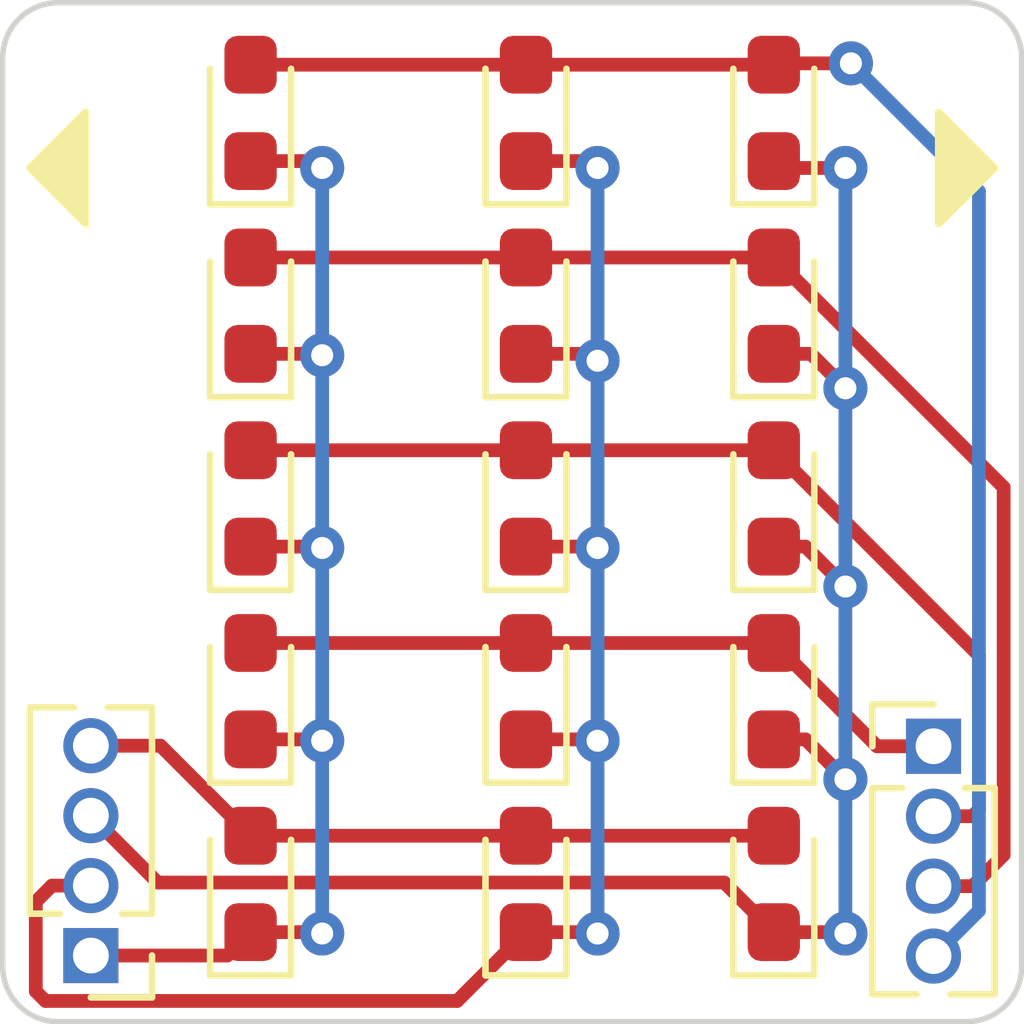
<source format=kicad_pcb>
(kicad_pcb (version 20211014) (generator pcbnew)
  (layers (0 "F.Cu" signal) (31 "B.Cu" signal) (34 "B.Paste" user) (35 "F.Paste" user) (36 "B.SilkS" user "B.Silkscreen") (37 "F.SilkS" user "F.Silkscreen") (38 "B.Mask" user) (39 "F.Mask" user) (44 "Edge.Cuts" user))
  (net 0 "")
  (net 1 "Net-(D1-Pad1)")
  (net 2 "Net-(D1-Pad2)")
  (net 3 "Net-(D11-Pad1)")
  (net 4 "Net-(D12-Pad1)")
  (net 5 "Net-(D4-Pad2)")
  (net 6 "Net-(D7-Pad2)")
  (net 7 "Net-(D10-Pad2)")
  (net 8 "Net-(D13-Pad2)")
  (footprint "LED_SMD:LED_0603_1608Metric_Pad1.05x0.95mm_HandSolder" (layer "F.Cu") (at 114 50.5 90)
    (fp_text reference "D6" hide)
    (fp_text value "LED" hide)
    (fp_line (start -1.66 0.735) (end 0.8 0.735) (layer "F.SilkS") (width 0.12))
    (fp_line (start 0.8 -0.735) (end -1.66 -0.735) (layer "F.SilkS") (width 0.12))
    (fp_line (start -1.66 -0.735) (end -1.66 0.735) (layer "F.SilkS") (width 0.12))
    (pad "1" smd roundrect locked (at -0.875 0 90) (size 1.05 0.95) (layers "F.Cu" "F.Paste" "F.Mask") (net 4 "Net-(D12-Pad1)"))
    (pad "2" smd roundrect locked (at 0.875 0 90) (size 1.05 0.95) (layers "F.Cu" "F.Paste" "F.Mask") (net 5 "Net-(D4-Pad2)"))
  )
  (footprint "LED_SMD:LED_0603_1608Metric_Pad1.05x0.95mm_HandSolder" (layer "F.Cu") (at 109.5 61 90)
    (fp_text reference "D14" hide)
    (fp_text value "LED" hide)
    (fp_line (start -1.66 0.735) (end 0.8 0.735) (layer "F.SilkS") (width 0.12))
    (fp_line (start 0.8 -0.735) (end -1.66 -0.735) (layer "F.SilkS") (width 0.12))
    (fp_line (start -1.66 -0.735) (end -1.66 0.735) (layer "F.SilkS") (width 0.12))
    (pad "1" smd roundrect locked (at -0.875 0 90) (size 1.05 0.95) (layers "F.Cu" "F.Paste" "F.Mask") (net 3 "Net-(D11-Pad1)"))
    (pad "2" smd roundrect locked (at 0.875 0 90) (size 1.05 0.95) (layers "F.Cu" "F.Paste" "F.Mask") (net 8 "Net-(D13-Pad2)"))
  )
  (footprint "LED_SMD:LED_0603_1608Metric_Pad1.05x0.95mm_HandSolder" (layer "F.Cu") (at 104.5 61 90)
    (fp_text reference "D13" hide)
    (fp_text value "LED" hide)
    (fp_line (start -1.66 -0.735) (end -1.66 0.735) (layer "F.SilkS") (width 0.12))
    (fp_line (start -1.66 0.735) (end 0.8 0.735) (layer "F.SilkS") (width 0.12))
    (fp_line (start 0.8 -0.735) (end -1.66 -0.735) (layer "F.SilkS") (width 0.12))
    (pad "1" smd roundrect locked (at -0.875 0 90) (size 1.05 0.95) (layers "F.Cu" "F.Paste" "F.Mask") (net 1 "Net-(D1-Pad1)"))
    (pad "2" smd roundrect locked (at 0.875 0 90) (size 1.05 0.95) (layers "F.Cu" "F.Paste" "F.Mask") (net 8 "Net-(D13-Pad2)"))
  )
  (footprint "Connector_PinHeader_1.27mm:PinHeader_1x04_P1.27mm_Vertical" (layer "F.Cu") (at 116.9 58.5)
    (fp_text reference "J2" hide)
    (fp_text value "Conn_01x04_Male" hide)
    (fp_line (start -1.11 0.76) (end -0.563471 0.76) (layer "F.SilkS") (width 0.12))
    (fp_line (start -1.11 4.505) (end -0.30753 4.505) (layer "F.SilkS") (width 0.12))
    (fp_line (start -1.11 0) (end -1.11 -0.76) (layer "F.SilkS") (width 0.12))
    (fp_line (start 1.11 0.76) (end 1.11 4.505) (layer "F.SilkS") (width 0.12))
    (fp_line (start 0.563471 0.76) (end 1.11 0.76) (layer "F.SilkS") (width 0.12))
    (fp_line (start 0.30753 4.505) (end 1.11 4.505) (layer "F.SilkS") (width 0.12))
    (fp_line (start -1.11 0.76) (end -1.11 4.505) (layer "F.SilkS") (width 0.12))
    (fp_line (start -1.11 -0.76) (end 0 -0.76) (layer "F.SilkS") (width 0.12))
    (pad "1" thru_hole rect locked (at 0 0) (size 1 1) (drill 0.65) (layers *.Cu *.Mask) (net 7 "Net-(D10-Pad2)"))
    (pad "2" thru_hole oval locked (at 0 1.27) (size 1 1) (drill 0.65) (layers *.Cu *.Mask) (net 6 "Net-(D7-Pad2)"))
    (pad "3" thru_hole oval locked (at 0 2.54) (size 1 1) (drill 0.65) (layers *.Cu *.Mask) (net 5 "Net-(D4-Pad2)"))
    (pad "4" thru_hole oval locked (at 0 3.81) (size 1 1) (drill 0.65) (layers *.Cu *.Mask) (net 2 "Net-(D1-Pad2)"))
  )
  (footprint "LED_SMD:LED_0603_1608Metric_Pad1.05x0.95mm_HandSolder" (layer "F.Cu") (at 114 47 90)
    (fp_text reference "D3" hide)
    (fp_text value "LED" hide)
    (fp_line (start -1.66 0.735) (end 0.8 0.735) (layer "F.SilkS") (width 0.12))
    (fp_line (start -1.66 -0.735) (end -1.66 0.735) (layer "F.SilkS") (width 0.12))
    (fp_line (start 0.8 -0.735) (end -1.66 -0.735) (layer "F.SilkS") (width 0.12))
    (pad "1" smd roundrect locked (at -0.875 0 90) (size 1.05 0.95) (layers "F.Cu" "F.Paste" "F.Mask") (net 4 "Net-(D12-Pad1)"))
    (pad "2" smd roundrect locked (at 0.875 0 90) (size 1.05 0.95) (layers "F.Cu" "F.Paste" "F.Mask") (net 2 "Net-(D1-Pad2)"))
  )
  (footprint "LED_SMD:LED_0603_1608Metric_Pad1.05x0.95mm_HandSolder" (layer "F.Cu") (at 114 54 90)
    (fp_text reference "D9" hide)
    (fp_text value "LED" hide)
    (fp_line (start 0.8 -0.735) (end -1.66 -0.735) (layer "F.SilkS") (width 0.12))
    (fp_line (start -1.66 0.735) (end 0.8 0.735) (layer "F.SilkS") (width 0.12))
    (fp_line (start -1.66 -0.735) (end -1.66 0.735) (layer "F.SilkS") (width 0.12))
    (pad "1" smd roundrect locked (at -0.875 0 90) (size 1.05 0.95) (layers "F.Cu" "F.Paste" "F.Mask") (net 4 "Net-(D12-Pad1)"))
    (pad "2" smd roundrect locked (at 0.875 0 90) (size 1.05 0.95) (layers "F.Cu" "F.Paste" "F.Mask") (net 6 "Net-(D7-Pad2)"))
  )
  (footprint "LED_SMD:LED_0603_1608Metric_Pad1.05x0.95mm_HandSolder" (layer "F.Cu") (at 109.5 47 90)
    (fp_text reference "D2" hide)
    (fp_text value "LED" hide)
    (fp_line (start -1.66 0.735) (end 0.8 0.735) (layer "F.SilkS") (width 0.12))
    (fp_line (start 0.8 -0.735) (end -1.66 -0.735) (layer "F.SilkS") (width 0.12))
    (fp_line (start -1.66 -0.735) (end -1.66 0.735) (layer "F.SilkS") (width 0.12))
    (pad "1" smd roundrect locked (at -0.875 0 90) (size 1.05 0.95) (layers "F.Cu" "F.Paste" "F.Mask") (net 3 "Net-(D11-Pad1)"))
    (pad "2" smd roundrect locked (at 0.875 0 90) (size 1.05 0.95) (layers "F.Cu" "F.Paste" "F.Mask") (net 2 "Net-(D1-Pad2)"))
  )
  (footprint "LED_SMD:LED_0603_1608Metric_Pad1.05x0.95mm_HandSolder" (layer "F.Cu") (at 114 57.5 90)
    (fp_text reference "D12" hide)
    (fp_text value "LED" hide)
    (fp_line (start -1.66 0.735) (end 0.8 0.735) (layer "F.SilkS") (width 0.12))
    (fp_line (start -1.66 -0.735) (end -1.66 0.735) (layer "F.SilkS") (width 0.12))
    (fp_line (start 0.8 -0.735) (end -1.66 -0.735) (layer "F.SilkS") (width 0.12))
    (pad "1" smd roundrect locked (at -0.875 0 90) (size 1.05 0.95) (layers "F.Cu" "F.Paste" "F.Mask") (net 4 "Net-(D12-Pad1)"))
    (pad "2" smd roundrect locked (at 0.875 0 90) (size 1.05 0.95) (layers "F.Cu" "F.Paste" "F.Mask") (net 7 "Net-(D10-Pad2)"))
  )
  (footprint "LED_SMD:LED_0603_1608Metric_Pad1.05x0.95mm_HandSolder" (layer "F.Cu") (at 114 61 90)
    (fp_text reference "D15" hide)
    (fp_text value "LED" hide)
    (fp_line (start -1.66 -0.735) (end -1.66 0.735) (layer "F.SilkS") (width 0.12))
    (fp_line (start 0.8 -0.735) (end -1.66 -0.735) (layer "F.SilkS") (width 0.12))
    (fp_line (start -1.66 0.735) (end 0.8 0.735) (layer "F.SilkS") (width 0.12))
    (pad "1" smd roundrect locked (at -0.875 0 90) (size 1.05 0.95) (layers "F.Cu" "F.Paste" "F.Mask") (net 4 "Net-(D12-Pad1)"))
    (pad "2" smd roundrect locked (at 0.875 0 90) (size 1.05 0.95) (layers "F.Cu" "F.Paste" "F.Mask") (net 8 "Net-(D13-Pad2)"))
  )
  (footprint "LED_SMD:LED_0603_1608Metric_Pad1.05x0.95mm_HandSolder" (layer "F.Cu") (at 104.5 57.5 90)
    (fp_text reference "D10" hide)
    (fp_text value "LED" hide)
    (fp_line (start -1.66 0.735) (end 0.8 0.735) (layer "F.SilkS") (width 0.12))
    (fp_line (start -1.66 -0.735) (end -1.66 0.735) (layer "F.SilkS") (width 0.12))
    (fp_line (start 0.8 -0.735) (end -1.66 -0.735) (layer "F.SilkS") (width 0.12))
    (pad "1" smd roundrect locked (at -0.875 0 90) (size 1.05 0.95) (layers "F.Cu" "F.Paste" "F.Mask") (net 1 "Net-(D1-Pad1)"))
    (pad "2" smd roundrect locked (at 0.875 0 90) (size 1.05 0.95) (layers "F.Cu" "F.Paste" "F.Mask") (net 7 "Net-(D10-Pad2)"))
  )
  (footprint "LED_SMD:LED_0603_1608Metric_Pad1.05x0.95mm_HandSolder" (layer "F.Cu") (at 109.5 50.5 90)
    (fp_text reference "D5" hide)
    (fp_text value "LED" hide)
    (fp_line (start 0.8 -0.735) (end -1.66 -0.735) (layer "F.SilkS") (width 0.12))
    (fp_line (start -1.66 0.735) (end 0.8 0.735) (layer "F.SilkS") (width 0.12))
    (fp_line (start -1.66 -0.735) (end -1.66 0.735) (layer "F.SilkS") (width 0.12))
    (pad "1" smd roundrect locked (at -0.875 0 90) (size 1.05 0.95) (layers "F.Cu" "F.Paste" "F.Mask") (net 3 "Net-(D11-Pad1)"))
    (pad "2" smd roundrect locked (at 0.875 0 90) (size 1.05 0.95) (layers "F.Cu" "F.Paste" "F.Mask") (net 5 "Net-(D4-Pad2)"))
  )
  (footprint "LED_SMD:LED_0603_1608Metric_Pad1.05x0.95mm_HandSolder" (layer "F.Cu") (at 104.5 47 90)
    (fp_text reference "D1" hide)
    (fp_text value "LED" hide)
    (fp_line (start -1.66 -0.735) (end -1.66 0.735) (layer "F.SilkS") (width 0.12))
    (fp_line (start -1.66 0.735) (end 0.8 0.735) (layer "F.SilkS") (width 0.12))
    (fp_line (start 0.8 -0.735) (end -1.66 -0.735) (layer "F.SilkS") (width 0.12))
    (pad "1" smd roundrect locked (at -0.875 0 90) (size 1.05 0.95) (layers "F.Cu" "F.Paste" "F.Mask") (net 1 "Net-(D1-Pad1)"))
    (pad "2" smd roundrect locked (at 0.875 0 90) (size 1.05 0.95) (layers "F.Cu" "F.Paste" "F.Mask") (net 2 "Net-(D1-Pad2)"))
  )
  (footprint "Connector_PinHeader_1.27mm:PinHeader_1x04_P1.27mm_Vertical" (layer "F.Cu") (at 101.6 62.3 180)
    (fp_text reference "J1" hide)
    (fp_text value "Conn_01x04_Male" hide)
    (fp_line (start -1.11 0.76) (end -0.563471 0.76) (layer "F.SilkS") (width 0.12))
    (fp_line (start 1.11 0.76) (end 1.11 4.505) (layer "F.SilkS") (width 0.12))
    (fp_line (start -1.11 0) (end -1.11 -0.76) (layer "F.SilkS") (width 0.12))
    (fp_line (start 0.563471 0.76) (end 1.11 0.76) (layer "F.SilkS") (width 0.12))
    (fp_line (start -1.11 -0.76) (end 0 -0.76) (layer "F.SilkS") (width 0.12))
    (fp_line (start -1.11 0.76) (end -1.11 4.505) (layer "F.SilkS") (width 0.12))
    (fp_line (start 0.30753 4.505) (end 1.11 4.505) (layer "F.SilkS") (width 0.12))
    (fp_line (start -1.11 4.505) (end -0.30753 4.505) (layer "F.SilkS") (width 0.12))
    (pad "1" thru_hole rect locked (at 0 0 180) (size 1 1) (drill 0.65) (layers *.Cu *.Mask) (net 1 "Net-(D1-Pad1)"))
    (pad "2" thru_hole oval locked (at 0 1.27 180) (size 1 1) (drill 0.65) (layers *.Cu *.Mask) (net 3 "Net-(D11-Pad1)"))
    (pad "3" thru_hole oval locked (at 0 2.54 180) (size 1 1) (drill 0.65) (layers *.Cu *.Mask) (net 4 "Net-(D12-Pad1)"))
    (pad "4" thru_hole oval locked (at 0 3.81 180) (size 1 1) (drill 0.65) (layers *.Cu *.Mask) (net 8 "Net-(D13-Pad2)"))
  )
  (footprint "LED_SMD:LED_0603_1608Metric_Pad1.05x0.95mm_HandSolder" (layer "F.Cu") (at 104.5 54 90)
    (fp_text reference "D7" hide)
    (fp_text value "LED" hide)
    (fp_line (start -1.66 -0.735) (end -1.66 0.735) (layer "F.SilkS") (width 0.12))
    (fp_line (start -1.66 0.735) (end 0.8 0.735) (layer "F.SilkS") (width 0.12))
    (fp_line (start 0.8 -0.735) (end -1.66 -0.735) (layer "F.SilkS") (width 0.12))
    (pad "1" smd roundrect locked (at -0.875 0 90) (size 1.05 0.95) (layers "F.Cu" "F.Paste" "F.Mask") (net 1 "Net-(D1-Pad1)"))
    (pad "2" smd roundrect locked (at 0.875 0 90) (size 1.05 0.95) (layers "F.Cu" "F.Paste" "F.Mask") (net 6 "Net-(D7-Pad2)"))
  )
  (footprint "LED_SMD:LED_0603_1608Metric_Pad1.05x0.95mm_HandSolder" (layer "F.Cu") (at 109.5 57.5 90)
    (fp_text reference "D11" hide)
    (fp_text value "LED" hide)
    (fp_line (start 0.8 -0.735) (end -1.66 -0.735) (layer "F.SilkS") (width 0.12))
    (fp_line (start -1.66 -0.735) (end -1.66 0.735) (layer "F.SilkS") (width 0.12))
    (fp_line (start -1.66 0.735) (end 0.8 0.735) (layer "F.SilkS") (width 0.12))
    (pad "1" smd roundrect locked (at -0.875 0 90) (size 1.05 0.95) (layers "F.Cu" "F.Paste" "F.Mask") (net 3 "Net-(D11-Pad1)"))
    (pad "2" smd roundrect locked (at 0.875 0 90) (size 1.05 0.95) (layers "F.Cu" "F.Paste" "F.Mask") (net 7 "Net-(D10-Pad2)"))
  )
  (footprint "LED_SMD:LED_0603_1608Metric_Pad1.05x0.95mm_HandSolder" (layer "F.Cu") (at 104.5 50.5 90)
    (fp_text reference "D4" hide)
    (fp_text value "LED" hide)
    (fp_line (start -1.66 0.735) (end 0.8 0.735) (layer "F.SilkS") (width 0.12))
    (fp_line (start -1.66 -0.735) (end -1.66 0.735) (layer "F.SilkS") (width 0.12))
    (fp_line (start 0.8 -0.735) (end -1.66 -0.735) (layer "F.SilkS") (width 0.12))
    (pad "1" smd roundrect locked (at -0.875 0 90) (size 1.05 0.95) (layers "F.Cu" "F.Paste" "F.Mask") (net 1 "Net-(D1-Pad1)"))
    (pad "2" smd roundrect locked (at 0.875 0 90) (size 1.05 0.95) (layers "F.Cu" "F.Paste" "F.Mask") (net 5 "Net-(D4-Pad2)"))
  )
  (footprint "LED_SMD:LED_0603_1608Metric_Pad1.05x0.95mm_HandSolder" (layer "F.Cu") (at 109.5 54 90)
    (fp_text reference "D8" hide)
    (fp_text value "LED" hide)
    (fp_line (start -1.66 0.735) (end 0.8 0.735) (layer "F.SilkS") (width 0.12))
    (fp_line (start -1.66 -0.735) (end -1.66 0.735) (layer "F.SilkS") (width 0.12))
    (fp_line (start 0.8 -0.735) (end -1.66 -0.735) (layer "F.SilkS") (width 0.12))
    (pad "1" smd roundrect locked (at -0.875 0 90) (size 1.05 0.95) (layers "F.Cu" "F.Paste" "F.Mask") (net 3 "Net-(D11-Pad1)"))
    (pad "2" smd roundrect locked (at 0.875 0 90) (size 1.05 0.95) (layers "F.Cu" "F.Paste" "F.Mask") (net 6 "Net-(D7-Pad2)"))
  )
  (gr_poly (pts (xy 118 48) (xy 117 49) (xy 117 47)) (layer "F.SilkS") (width 0.15) (fill solid))
  (gr_poly (pts (xy 101.5 49) (xy 100.5 48) (xy 101.5 47)) (layer "F.SilkS") (width 0.15) (fill solid))
  (gr_line (start 117.5 63.5) (end 101 63.5) (layer "Edge.Cuts") (width 0.1))
  (gr_arc (start 118.5 62.5) (mid 118.207107 63.207107) (end 117.5 63.5) (layer "Edge.Cuts") (width 0.1))
  (gr_line (start 118.5 46) (end 118.5 62.5) (layer "Edge.Cuts") (width 0.1))
  (gr_line (start 101 45) (end 117.5 45) (layer "Edge.Cuts") (width 0.1))
  (gr_line (start 100 62.5) (end 100 46) (layer "Edge.Cuts") (width 0.1))
  (gr_arc (start 100 46) (mid 100.292893 45.292893) (end 101 45) (layer "Edge.Cuts") (width 0.1))
  (gr_arc (start 101 63.5) (mid 100.292893 63.207107) (end 100 62.5) (layer "Edge.Cuts") (width 0.1))
  (gr_arc (start 117.5 45) (mid 118.207107 45.292893) (end 118.5 46) (layer "Edge.Cuts") (width 0.1))
  (segment (start 105.675 47.875) (end 105.8 48) (width 0.25) (layer "F.Cu") (net 1))
  (segment (start 104.5 61.875) (end 105.775 61.875) (width 0.25) (layer "F.Cu") (net 1))
  (segment (start 104.5 58.375) (end 105.775 58.375) (width 0.25) (layer "F.Cu") (net 1))
  (segment (start 104.5 54.875) (end 105.775 54.875) (width 0.25) (layer "F.Cu") (net 1))
  (segment (start 104.5 47.875) (end 105.675 47.875) (width 0.25) (layer "F.Cu") (net 1))
  (segment (start 104.5 51.375) (end 105.775 51.375) (width 0.25) (layer "F.Cu") (net 1))
  (segment (start 105.775 54.875) (end 105.8 54.9) (width 0.25) (layer "F.Cu") (net 1))
  (segment (start 105.775 51.375) (end 105.8 51.4) (width 0.25) (layer "F.Cu") (net 1))
  (segment (start 105.775 61.875) (end 105.8 61.9) (width 0.25) (layer "F.Cu") (net 1))
  (segment (start 101.6 62.3) (end 104.075 62.3) (width 0.25) (layer "F.Cu") (net 1))
  (segment (start 104.075 62.3) (end 104.5 61.875) (width 0.25) (layer "F.Cu") (net 1))
  (segment (start 105.775 58.375) (end 105.8 58.4) (width 0.25) (layer "F.Cu") (net 1))
  (via (at 105.8 51.4) (size 0.8) (drill 0.4) (layers "F.Cu" "B.Cu") (net 1))
  (via (at 105.8 48) (size 0.8) (drill 0.4) (layers "F.Cu" "B.Cu") (net 1))
  (via (at 105.8 58.4) (size 0.8) (drill 0.4) (layers "F.Cu" "B.Cu") (net 1))
  (via (at 105.8 61.9) (size 0.8) (drill 0.4) (layers "F.Cu" "B.Cu") (net 1))
  (via (at 105.8 54.9) (size 0.8) (drill 0.4) (layers "F.Cu" "B.Cu") (net 1))
  (segment (start 105.8 58.4) (end 105.8 54.9) (width 0.25) (layer "B.Cu") (net 1))
  (segment (start 105.8 61.9) (end 105.8 58.4) (width 0.25) (layer "B.Cu") (net 1))
  (segment (start 105.8 51.4) (end 105.8 48) (width 0.25) (layer "B.Cu") (net 1))
  (segment (start 105.8 54.9) (end 105.8 51.4) (width 0.25) (layer "B.Cu") (net 1))
  (segment (start 114 46.125) (end 109.5 46.125) (width 0.25) (layer "F.Cu") (net 2))
  (segment (start 115.4 46.1) (end 114.025 46.1) (width 0.25) (layer "F.Cu") (net 2))
  (segment (start 114.025 46.1) (end 114 46.125) (width 0.25) (layer "F.Cu") (net 2))
  (segment (start 109.5 46.125) (end 104.5 46.125) (width 0.25) (layer "F.Cu") (net 2))
  (via (at 115.4 46.1) (size 0.8) (drill 0.4) (layers "F.Cu" "B.Cu") (net 2))
  (segment (start 117.724511 48.424511) (end 115.4 46.1) (width 0.25) (layer "B.Cu") (net 2))
  (segment (start 117.724511 61.485489) (end 117.724511 48.424511) (width 0.25) (layer "B.Cu") (net 2))
  (segment (start 116.9 62.31) (end 117.724511 61.485489) (width 0.25) (layer "B.Cu") (net 2))
  (segment (start 101.6 61.03) (end 100.892894 61.03) (width 0.25) (layer "F.Cu") (net 3))
  (segment (start 110.775 61.875) (end 110.8 61.9) (width 0.25) (layer "F.Cu") (net 3))
  (segment (start 110.675 51.375) (end 110.8 51.5) (width 0.25) (layer "F.Cu") (net 3))
  (segment (start 100.892894 61.03) (end 100.6 61.322894) (width 0.25) (layer "F.Cu") (net 3))
  (segment (start 100.6 62.949022) (end 100.775489 63.124511) (width 0.25) (layer "F.Cu") (net 3))
  (segment (start 100.775489 63.124511) (end 108.250489 63.124511) (width 0.25) (layer "F.Cu") (net 3))
  (segment (start 109.5 61.875) (end 110.775 61.875) (width 0.25) (layer "F.Cu") (net 3))
  (segment (start 100.6 61.322894) (end 100.6 62.949022) (width 0.25) (layer "F.Cu") (net 3))
  (segment (start 109.5 47.875) (end 110.675 47.875) (width 0.25) (layer "F.Cu") (net 3))
  (segment (start 109.5 58.375) (end 110.775 58.375) (width 0.25) (layer "F.Cu") (net 3))
  (segment (start 109.5 54.875) (end 110.775 54.875) (width 0.25) (layer "F.Cu") (net 3))
  (segment (start 110.775 58.375) (end 110.8 58.4) (width 0.25) (layer "F.Cu") (net 3))
  (segment (start 110.775 54.875) (end 110.8 54.9) (width 0.25) (layer "F.Cu") (net 3))
  (segment (start 110.675 47.875) (end 110.8 48) (width 0.25) (layer "F.Cu") (net 3))
  (segment (start 109.5 51.375) (end 110.675 51.375) (width 0.25) (layer "F.Cu") (net 3))
  (segment (start 108.250489 63.124511) (end 109.5 61.875) (width 0.25) (layer "F.Cu") (net 3))
  (via (at 110.8 51.5) (size 0.8) (drill 0.4) (layers "F.Cu" "B.Cu") (net 3))
  (via (at 110.8 61.9) (size 0.8) (drill 0.4) (layers "F.Cu" "B.Cu") (net 3))
  (via (at 110.8 54.9) (size 0.8) (drill 0.4) (layers "F.Cu" "B.Cu") (net 3))
  (via (at 110.8 58.4) (size 0.8) (drill 0.4) (layers "F.Cu" "B.Cu") (net 3))
  (via (at 110.8 48) (size 0.8) (drill 0.4) (layers "F.Cu" "B.Cu") (net 3))
  (segment (start 110.8 51.5) (end 110.8 48) (width 0.25) (layer "B.Cu") (net 3))
  (segment (start 110.8 58.4) (end 110.8 54.9) (width 0.25) (layer "B.Cu") (net 3))
  (segment (start 110.8 54.9) (end 110.8 51.5) (width 0.25) (layer "B.Cu") (net 3))
  (segment (start 110.8 61.9) (end 110.8 58.4) (width 0.25) (layer "B.Cu") (net 3))
  (segment (start 114 58.375) (end 114.575 58.375) (width 0.25) (layer "F.Cu") (net 4))
  (segment (start 102.81452 60.97452) (end 113.09952 60.97452) (width 0.25) (layer "F.Cu") (net 4))
  (segment (start 114 54.875) (end 114.575 54.875) (width 0.25) (layer "F.Cu") (net 4))
  (segment (start 114 51.375) (end 114.675 51.375) (width 0.25) (layer "F.Cu") (net 4))
  (segment (start 101.6 59.76) (end 102.81452 60.97452) (width 0.25) (layer "F.Cu") (net 4))
  (segment (start 114.575 54.875) (end 115.3 55.6) (width 0.25) (layer "F.Cu") (net 4))
  (segment (start 114.125 48) (end 114 47.875) (width 0.25) (layer "F.Cu") (net 4))
  (segment (start 114.675 51.375) (end 115.3 52) (width 0.25) (layer "F.Cu") (net 4))
  (segment (start 114.575 58.375) (end 115.3 59.1) (width 0.25) (layer "F.Cu") (net 4))
  (segment (start 115.3 48) (end 114.125 48) (width 0.25) (layer "F.Cu") (net 4))
  (segment (start 115.275 61.875) (end 115.3 61.9) (width 0.25) (layer "F.Cu") (net 4))
  (segment (start 114 61.875) (end 115.275 61.875) (width 0.25) (layer "F.Cu") (net 4))
  (segment (start 113.09952 60.97452) (end 114 61.875) (width 0.25) (layer "F.Cu") (net 4))
  (via (at 115.3 52) (size 0.8) (drill 0.4) (layers "F.Cu" "B.Cu") (net 4))
  (via (at 115.3 59.1) (size 0.8) (drill 0.4) (layers "F.Cu" "B.Cu") (net 4))
  (via (at 115.3 48) (size 0.8) (drill 0.4) (layers "F.Cu" "B.Cu") (net 4))
  (via (at 115.3 55.6) (size 0.8) (drill 0.4) (layers "F.Cu" "B.Cu") (net 4))
  (via (at 115.3 61.9) (size 0.8) (drill 0.4) (layers "F.Cu" "B.Cu") (net 4))
  (segment (start 115.3 59.1) (end 115.3 55.6) (width 0.25) (layer "B.Cu") (net 4))
  (segment (start 115.3 61.9) (end 115.3 59.1) (width 0.25) (layer "B.Cu") (net 4))
  (segment (start 115.3 55.6) (end 115.3 52) (width 0.25) (layer "B.Cu") (net 4))
  (segment (start 115.3 48.1) (end 115.3 48) (width 0.25) (layer "B.Cu") (net 4))
  (segment (start 115.3 52) (end 115.3 48.1) (width 0.25) (layer "B.Cu") (net 4))
  (segment (start 114 49.625) (end 109.5 49.625) (width 0.25) (layer "F.Cu") (net 5))
  (segment (start 118.174031 53.799031) (end 114 49.625) (width 0.25) (layer "F.Cu") (net 5))
  (segment (start 118.174031 60.473075) (end 118.174031 53.799031) (width 0.25) (layer "F.Cu") (net 5))
  (segment (start 117.607106 61.04) (end 118.174031 60.473075) (width 0.25) (layer "F.Cu") (net 5))
  (segment (start 116.9 61.04) (end 117.607106 61.04) (width 0.25) (layer "F.Cu") (net 5))
  (segment (start 109.5 49.625) (end 104.5 49.625) (width 0.25) (layer "F.Cu") (net 5))
  (segment (start 117.724511 56.849511) (end 114 53.125) (width 0.25) (layer "F.Cu") (net 6))
  (segment (start 117.607106 59.77) (end 117.724511 59.652595) (width 0.25) (layer "F.Cu") (net 6))
  (segment (start 114 53.125) (end 109.5 53.125) (width 0.25) (layer "F.Cu") (net 6))
  (segment (start 116.9 59.77) (end 117.607106 59.77) (width 0.25) (layer "F.Cu") (net 6))
  (segment (start 117.724511 59.652595) (end 117.724511 56.849511) (width 0.25) (layer "F.Cu") (net 6))
  (segment (start 109.5 53.125) (end 104.5 53.125) (width 0.25) (layer "F.Cu") (net 6))
  (segment (start 109.5 56.625) (end 104.5 56.625) (width 0.25) (layer "F.Cu") (net 7))
  (segment (start 114 56.625) (end 109.5 56.625) (width 0.25) (layer "F.Cu") (net 7))
  (segment (start 115.875 58.5) (end 114 56.625) (width 0.25) (layer "F.Cu") (net 7))
  (segment (start 116.9 58.5) (end 115.875 58.5) (width 0.25) (layer "F.Cu") (net 7))
  (segment (start 102.865 58.49) (end 101.6 58.49) (width 0.25) (layer "F.Cu") (net 8))
  (segment (start 104.5 60.125) (end 102.865 58.49) (width 0.25) (layer "F.Cu") (net 8))
  (segment (start 114 60.125) (end 109.5 60.125) (width 0.25) (layer "F.Cu") (net 8))
  (segment (start 109.5 60.125) (end 104.5 60.125) (width 0.25) (layer "F.Cu") (net 8))
)
</source>
